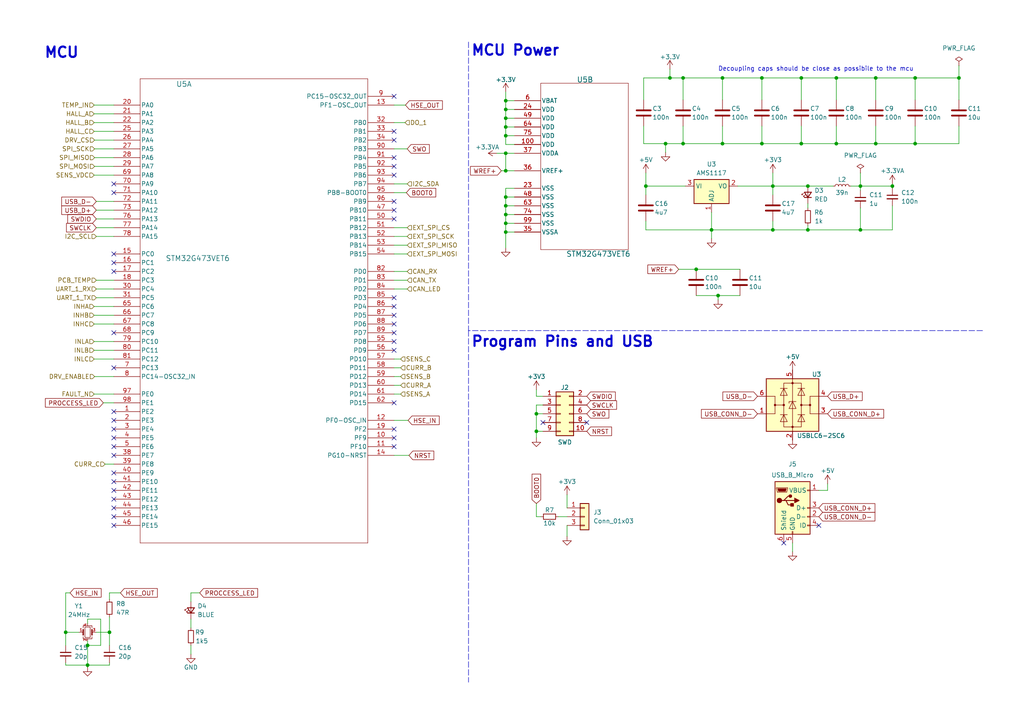
<source format=kicad_sch>
(kicad_sch (version 20230121) (generator eeschema)
  (paper "A4")
  (junction (at 146.685 44.45))
  (junction (at 146.685 36.83))
  (junction (at 232.41 22.606))
  (junction (at 198.12 41.656))
  (junction (at 242.57 22.606))
  (junction (at 198.12 22.606))
  (junction (at 209.55 22.606))
  (junction (at 265.43 41.656))
  (junction (at 19.05 183.388))
  (junction (at 146.685 49.53))
  (junction (at 146.685 62.23))
  (junction (at 201.93 78.105))
  (junction (at 155.575 120.015))
  (junction (at 146.685 39.37))
  (junction (at 31.75 183.388))
  (junction (at 220.98 22.606))
  (junction (at 146.685 64.77))
  (junction (at 234.315 53.975))
  (junction (at 146.685 34.29))
  (junction (at 265.43 22.606))
  (junction (at 146.685 57.15))
  (junction (at 25.4 192.913))
  (junction (at 187.325 53.975))
  (junction (at 254 41.656))
  (junction (at 224.155 53.975))
  (junction (at 242.57 41.656))
  (junction (at 146.685 31.75))
  (junction (at 194.31 22.606))
  (junction (at 208.28 85.725))
  (junction (at 278.13 22.606))
  (junction (at 220.98 41.656))
  (junction (at 206.375 66.675))
  (junction (at 155.575 125.095))
  (junction (at 209.55 41.656))
  (junction (at 254 22.606))
  (junction (at 224.155 66.675))
  (junction (at 146.685 59.69))
  (junction (at 146.685 67.31))
  (junction (at 258.826 53.975))
  (junction (at 249.555 53.975))
  (junction (at 193.04 41.656))
  (junction (at 146.685 29.21))
  (junction (at 232.41 41.656))
  (junction (at 25.4 187.198))
  (junction (at 249.555 66.675))
  (junction (at 234.315 66.675))
  (no_connect (at 33.02 55.88))
  (no_connect (at 33.02 137.16))
  (no_connect (at 114.3 48.26))
  (no_connect (at 33.02 132.08))
  (no_connect (at 114.3 124.46))
  (no_connect (at 237.49 152.4))
  (no_connect (at 114.3 99.06))
  (no_connect (at 33.02 119.38))
  (no_connect (at 114.3 116.84))
  (no_connect (at 114.3 27.94))
  (no_connect (at 114.3 101.6))
  (no_connect (at 114.3 40.64))
  (no_connect (at 33.02 147.32))
  (no_connect (at 33.02 129.54))
  (no_connect (at 114.3 58.42))
  (no_connect (at 33.02 96.52))
  (no_connect (at 114.3 45.72))
  (no_connect (at 114.3 50.8))
  (no_connect (at 33.02 76.2))
  (no_connect (at 114.3 93.98))
  (no_connect (at 227.33 157.48))
  (no_connect (at 114.3 127))
  (no_connect (at 114.3 96.52))
  (no_connect (at 114.3 63.5))
  (no_connect (at 170.18 122.555))
  (no_connect (at 114.3 60.96))
  (no_connect (at 33.02 121.92))
  (no_connect (at 33.02 149.86))
  (no_connect (at 114.3 129.54))
  (no_connect (at 33.02 144.78))
  (no_connect (at 33.02 139.7))
  (no_connect (at 33.02 127))
  (no_connect (at 33.02 106.68))
  (no_connect (at 33.02 152.4))
  (no_connect (at 33.02 73.66))
  (no_connect (at 33.02 53.34))
  (no_connect (at 114.3 91.44))
  (no_connect (at 114.3 86.36))
  (no_connect (at 33.02 142.24))
  (no_connect (at 33.02 124.46))
  (no_connect (at 33.02 78.74))
  (no_connect (at 114.3 88.9))
  (no_connect (at 157.48 122.555))
  (no_connect (at 114.3 38.1))
  (wire (pts (xy 57.912 171.958) (xy 55.372 171.958)))
  (wire (pts (xy 161.925 149.86) (xy 164.465 149.86)))
  (wire (pts (xy 213.995 53.975) (xy 224.155 53.975)))
  (wire (pts (xy 149.225 36.83) (xy 146.685 36.83)))
  (wire (pts (xy 224.155 53.975) (xy 234.315 53.975)))
  (wire (pts (xy 114.3 132.08) (xy 118.618 132.08)))
  (wire (pts (xy 149.225 64.77) (xy 146.685 64.77)))
  (wire (pts (xy 34.925 171.958) (xy 31.75 171.958)))
  (wire (pts (xy 194.31 20.066) (xy 194.31 22.606)))
  (wire (pts (xy 149.225 49.53) (xy 146.685 49.53)))
  (wire (pts (xy 220.98 36.576) (xy 220.98 41.656)))
  (wire (pts (xy 249.555 66.675) (xy 258.826 66.675)))
  (wire (pts (xy 240.03 140.335) (xy 240.03 142.24)))
  (wire (pts (xy 27.305 35.56) (xy 33.02 35.56)))
  (wire (pts (xy 187.325 64.135) (xy 187.325 66.675)))
  (wire (pts (xy 242.57 22.606) (xy 232.41 22.606)))
  (wire (pts (xy 146.685 59.69) (xy 146.685 57.15)))
  (wire (pts (xy 25.4 192.913) (xy 19.05 192.913)))
  (wire (pts (xy 206.375 66.675) (xy 206.375 69.215)))
  (wire (pts (xy 164.465 143.51) (xy 164.465 147.32)))
  (wire (pts (xy 114.3 71.12) (xy 118.11 71.12)))
  (wire (pts (xy 278.13 19.05) (xy 278.13 22.606)))
  (wire (pts (xy 155.575 146.05) (xy 155.575 149.86)))
  (wire (pts (xy 146.685 31.75) (xy 146.685 29.21)))
  (wire (pts (xy 186.69 22.606) (xy 186.69 28.956)))
  (wire (pts (xy 27.432 48.26) (xy 33.02 48.26)))
  (wire (pts (xy 146.685 64.77) (xy 146.685 67.31)))
  (wire (pts (xy 209.55 36.576) (xy 209.55 41.656)))
  (wire (pts (xy 27.432 109.22) (xy 33.02 109.22)))
  (wire (pts (xy 31.75 178.943) (xy 31.75 183.388)))
  (wire (pts (xy 27.305 104.14) (xy 33.02 104.14)))
  (wire (pts (xy 224.155 50.165) (xy 224.155 53.975)))
  (wire (pts (xy 27.305 101.6) (xy 33.02 101.6)))
  (wire (pts (xy 27.305 88.9) (xy 33.02 88.9)))
  (wire (pts (xy 201.93 85.725) (xy 208.28 85.725)))
  (wire (pts (xy 208.28 85.725) (xy 208.28 86.995)))
  (wire (pts (xy 258.826 66.675) (xy 258.826 59.69)))
  (wire (pts (xy 187.325 66.675) (xy 206.375 66.675)))
  (wire (pts (xy 19.05 171.958) (xy 19.05 183.388)))
  (wire (pts (xy 187.325 50.165) (xy 187.325 53.975)))
  (wire (pts (xy 234.315 66.675) (xy 249.555 66.675)))
  (wire (pts (xy 155.575 114.935) (xy 157.48 114.935)))
  (wire (pts (xy 186.69 36.576) (xy 186.69 41.656)))
  (wire (pts (xy 29.972 116.84) (xy 33.02 116.84)))
  (wire (pts (xy 25.4 179.578) (xy 29.21 179.578)))
  (wire (pts (xy 146.685 26.67) (xy 146.685 29.21)))
  (wire (pts (xy 149.225 59.69) (xy 146.685 59.69)))
  (wire (pts (xy 249.555 53.975) (xy 246.761 53.975)))
  (wire (pts (xy 114.3 55.88) (xy 117.856 55.88)))
  (wire (pts (xy 27.94 60.96) (xy 33.02 60.96)))
  (wire (pts (xy 114.3 35.56) (xy 117.475 35.56)))
  (wire (pts (xy 234.315 66.675) (xy 234.315 65.405)))
  (wire (pts (xy 265.43 41.656) (xy 254 41.656)))
  (wire (pts (xy 114.3 114.3) (xy 116.205 114.3)))
  (polyline (pts (xy 135.89 12.192) (xy 135.89 95.885)) (stroke (width 0) (type dash)))
  (polyline (pts (xy 284.988 95.885) (xy 135.89 95.885)) (stroke (width 0) (type dash)))
  (wire (pts (xy 29.21 179.578) (xy 29.21 187.198)))
  (polyline (pts (xy 135.89 95.885) (xy 135.89 197.866)) (stroke (width 0) (type dash)))
  (wire (pts (xy 164.465 152.4) (xy 164.465 155.575)))
  (wire (pts (xy 237.49 142.24) (xy 240.03 142.24)))
  (wire (pts (xy 55.372 182.118) (xy 55.372 179.578)))
  (wire (pts (xy 198.12 22.606) (xy 194.31 22.606)))
  (wire (pts (xy 19.05 183.388) (xy 22.86 183.388)))
  (wire (pts (xy 214.63 85.725) (xy 208.28 85.725)))
  (wire (pts (xy 224.155 53.975) (xy 224.155 56.515)))
  (wire (pts (xy 27.432 45.72) (xy 33.02 45.72)))
  (wire (pts (xy 27.94 83.82) (xy 33.02 83.82)))
  (wire (pts (xy 155.575 120.015) (xy 155.575 125.095)))
  (wire (pts (xy 114.3 106.68) (xy 116.205 106.68)))
  (wire (pts (xy 25.4 192.913) (xy 31.75 192.913)))
  (wire (pts (xy 27.305 33.02) (xy 33.02 33.02)))
  (wire (pts (xy 249.555 53.975) (xy 258.826 53.975)))
  (wire (pts (xy 193.04 41.656) (xy 193.04 44.196)))
  (wire (pts (xy 146.685 57.15) (xy 149.225 57.15)))
  (wire (pts (xy 149.225 62.23) (xy 146.685 62.23)))
  (wire (pts (xy 254 36.576) (xy 254 41.656)))
  (wire (pts (xy 27.94 66.04) (xy 33.02 66.04)))
  (wire (pts (xy 29.21 187.198) (xy 25.4 187.198)))
  (wire (pts (xy 201.93 78.105) (xy 214.63 78.105)))
  (wire (pts (xy 186.69 41.656) (xy 193.04 41.656)))
  (wire (pts (xy 149.225 39.37) (xy 146.685 39.37)))
  (wire (pts (xy 27.305 91.44) (xy 33.02 91.44)))
  (wire (pts (xy 114.3 83.82) (xy 118.11 83.82)))
  (wire (pts (xy 224.155 64.135) (xy 224.155 66.675)))
  (wire (pts (xy 224.155 66.675) (xy 234.315 66.675)))
  (wire (pts (xy 220.98 41.656) (xy 209.55 41.656)))
  (wire (pts (xy 146.685 36.83) (xy 146.685 34.29)))
  (wire (pts (xy 209.55 22.606) (xy 209.55 28.956)))
  (wire (pts (xy 209.55 41.656) (xy 198.12 41.656)))
  (wire (pts (xy 25.4 187.198) (xy 25.4 192.913)))
  (wire (pts (xy 27.305 93.98) (xy 33.02 93.98)))
  (wire (pts (xy 232.41 36.576) (xy 232.41 41.656)))
  (wire (pts (xy 27.305 114.3) (xy 33.02 114.3)))
  (wire (pts (xy 27.94 68.58) (xy 33.02 68.58)))
  (wire (pts (xy 155.575 125.095) (xy 155.575 127)))
  (wire (pts (xy 234.315 53.975) (xy 241.681 53.975)))
  (wire (pts (xy 25.4 180.848) (xy 25.4 179.578)))
  (wire (pts (xy 278.13 36.576) (xy 278.13 41.656)))
  (wire (pts (xy 149.225 54.61) (xy 146.685 54.61)))
  (wire (pts (xy 206.375 61.595) (xy 206.375 66.675)))
  (wire (pts (xy 114.3 66.04) (xy 118.11 66.04)))
  (wire (pts (xy 206.375 66.675) (xy 224.155 66.675)))
  (wire (pts (xy 209.55 22.606) (xy 198.12 22.606)))
  (wire (pts (xy 27.305 30.48) (xy 33.02 30.48)))
  (wire (pts (xy 193.04 41.656) (xy 198.12 41.656)))
  (wire (pts (xy 27.94 86.36) (xy 33.02 86.36)))
  (wire (pts (xy 242.57 22.606) (xy 242.57 28.956)))
  (wire (pts (xy 146.685 64.77) (xy 146.685 62.23)))
  (wire (pts (xy 146.685 49.53) (xy 146.685 44.45)))
  (wire (pts (xy 146.685 39.37) (xy 146.685 36.83)))
  (wire (pts (xy 265.43 28.956) (xy 265.43 22.606)))
  (wire (pts (xy 114.3 30.48) (xy 117.602 30.48)))
  (wire (pts (xy 19.05 187.198) (xy 19.05 183.388)))
  (wire (pts (xy 157.48 117.475) (xy 155.575 117.475)))
  (wire (pts (xy 278.13 22.606) (xy 278.13 28.956)))
  (wire (pts (xy 27.432 43.18) (xy 33.02 43.18)))
  (wire (pts (xy 27.94 81.28) (xy 33.02 81.28)))
  (wire (pts (xy 114.3 78.74) (xy 118.11 78.74)))
  (wire (pts (xy 254 22.606) (xy 242.57 22.606)))
  (wire (pts (xy 114.3 109.22) (xy 116.205 109.22)))
  (wire (pts (xy 31.75 187.198) (xy 31.75 183.388)))
  (wire (pts (xy 265.43 36.576) (xy 265.43 41.656)))
  (wire (pts (xy 254 22.606) (xy 254 28.956)))
  (wire (pts (xy 145.415 49.53) (xy 146.685 49.53)))
  (wire (pts (xy 146.685 41.91) (xy 146.685 39.37)))
  (wire (pts (xy 149.225 67.31) (xy 146.685 67.31)))
  (wire (pts (xy 249.555 60.325) (xy 249.555 66.675)))
  (wire (pts (xy 232.41 41.656) (xy 220.98 41.656)))
  (wire (pts (xy 196.85 78.105) (xy 201.93 78.105)))
  (wire (pts (xy 27.94 58.42) (xy 33.02 58.42)))
  (wire (pts (xy 249.555 55.245) (xy 249.555 53.975)))
  (wire (pts (xy 258.826 53.34) (xy 258.826 53.975)))
  (wire (pts (xy 249.555 50.165) (xy 249.555 53.975)))
  (wire (pts (xy 146.685 67.31) (xy 146.685 71.882)))
  (wire (pts (xy 254 41.656) (xy 242.57 41.656)))
  (wire (pts (xy 27.94 183.388) (xy 31.75 183.388)))
  (wire (pts (xy 149.225 41.91) (xy 146.685 41.91)))
  (wire (pts (xy 146.685 62.23) (xy 146.685 59.69)))
  (wire (pts (xy 186.69 22.606) (xy 194.31 22.606)))
  (wire (pts (xy 232.41 22.606) (xy 232.41 28.956)))
  (wire (pts (xy 30.48 134.62) (xy 33.02 134.62)))
  (wire (pts (xy 55.372 189.738) (xy 55.372 187.198)))
  (wire (pts (xy 149.225 31.75) (xy 146.685 31.75)))
  (wire (pts (xy 114.3 68.58) (xy 118.11 68.58)))
  (wire (pts (xy 55.372 171.958) (xy 55.372 174.498)))
  (wire (pts (xy 187.325 56.515) (xy 187.325 53.975)))
  (wire (pts (xy 27.94 63.5) (xy 33.02 63.5)))
  (wire (pts (xy 27.432 40.64) (xy 33.02 40.64)))
  (wire (pts (xy 114.3 111.76) (xy 116.205 111.76)))
  (wire (pts (xy 114.3 73.66) (xy 118.11 73.66)))
  (wire (pts (xy 155.575 149.86) (xy 156.845 149.86)))
  (wire (pts (xy 155.575 113.03) (xy 155.575 114.935)))
  (wire (pts (xy 157.48 120.015) (xy 155.575 120.015)))
  (wire (pts (xy 278.13 41.656) (xy 265.43 41.656)))
  (wire (pts (xy 198.12 22.606) (xy 198.12 28.956)))
  (wire (pts (xy 220.98 22.606) (xy 209.55 22.606)))
  (wire (pts (xy 25.4 193.548) (xy 25.4 192.913)))
  (wire (pts (xy 114.3 81.28) (xy 118.11 81.28)))
  (wire (pts (xy 114.3 104.14) (xy 116.205 104.14)))
  (wire (pts (xy 27.305 38.1) (xy 33.02 38.1)))
  (wire (pts (xy 220.98 22.606) (xy 220.98 28.956)))
  (wire (pts (xy 234.315 60.325) (xy 234.315 59.055)))
  (wire (pts (xy 229.87 157.48) (xy 229.87 160.02)))
  (wire (pts (xy 27.305 50.8) (xy 33.02 50.8)))
  (wire (pts (xy 278.13 22.606) (xy 265.43 22.606)))
  (wire (pts (xy 20.32 171.958) (xy 19.05 171.958)))
  (wire (pts (xy 114.3 53.34) (xy 118.11 53.34)))
  (wire (pts (xy 114.3 43.18) (xy 118.11 43.18)))
  (wire (pts (xy 258.826 54.61) (xy 258.826 53.975)))
  (wire (pts (xy 242.57 36.576) (xy 242.57 41.656)))
  (wire (pts (xy 146.685 34.29) (xy 146.685 31.75)))
  (wire (pts (xy 144.145 44.45) (xy 146.685 44.45)))
  (wire (pts (xy 25.4 185.928) (xy 25.4 187.198)))
  (wire (pts (xy 149.225 29.21) (xy 146.685 29.21)))
  (wire (pts (xy 157.48 125.095) (xy 155.575 125.095)))
  (wire (pts (xy 149.225 34.29) (xy 146.685 34.29)))
  (wire (pts (xy 31.75 171.958) (xy 31.75 173.863)))
  (wire (pts (xy 242.57 41.656) (xy 232.41 41.656)))
  (wire (pts (xy 31.75 192.913) (xy 31.75 192.278)))
  (wire (pts (xy 27.305 99.06) (xy 33.02 99.06)))
  (wire (pts (xy 232.41 22.606) (xy 220.98 22.606)))
  (wire (pts (xy 114.3 121.92) (xy 118.364 121.92)))
  (wire (pts (xy 19.05 192.913) (xy 19.05 192.278)))
  (wire (pts (xy 146.685 44.45) (xy 149.225 44.45)))
  (wire (pts (xy 146.685 54.61) (xy 146.685 57.15)))
  (wire (pts (xy 187.325 53.975) (xy 198.755 53.975)))
  (wire (pts (xy 155.575 117.475) (xy 155.575 120.015)))
  (wire (pts (xy 198.12 36.576) (xy 198.12 41.656)))
  (wire (pts (xy 265.43 22.606) (xy 254 22.606)))
  (text "Decoupling caps should be close as possibile to the mcu" (at 208.28 20.828 0) (effects (font (size 1.27 1.27)) (justify left bottom)))
  (text "MCU Power" (at 136.525 16.51 0) (effects (font (size 3 3) (thickness 0.6) bold) (justify left bottom)))
  (text "Program Pins and USB" (at 136.525 100.965 0) (effects (font (size 3 3) (thickness 0.6) bold) (justify left bottom)))
  (text "MCU" (at 12.7 17.145 0) (effects (font (size 3 3) (thickness 0.6) bold) (justify left bottom)))
  (global_label "USB_CONN_D-" (shape input) (at 237.49 149.86 0) (property "Intersheetrefs" "${INTERSHEET_REFS}" (effects hide)))
  (global_label "HSE_OUT" (shape input) (at 117.602 30.48 0) (property "Intersheetrefs" "${INTERSHEET_REFS}" (effects hide)))
  (global_label "USB_D+" (shape input) (at 27.94 60.96 180) (property "Intersheetrefs" "${INTERSHEET_REFS}" (effects hide)))
  (global_label "NRST" (shape input) (at 118.618 132.08 0) (property "Intersheetrefs" "${INTERSHEET_REFS}" (effects hide)))
  (global_label "NRST" (shape input) (at 170.18 125.095 0) (property "Intersheetrefs" "${INTERSHEET_REFS}" (effects hide)))
  (global_label "BOOT0" (shape input) (at 155.575 146.05 90) (property "Intersheetrefs" "${INTERSHEET_REFS}" (effects hide)))
  (global_label "USB_CONN_D+" (shape input) (at 240.03 120.015 0) (property "Intersheetrefs" "${INTERSHEET_REFS}" (effects hide)))
  (global_label "HSE_IN" (shape input) (at 118.364 121.92 0) (property "Intersheetrefs" "${INTERSHEET_REFS}" (effects hide)))
  (global_label "BOOT0" (shape input) (at 117.856 55.88 0) (property "Intersheetrefs" "${INTERSHEET_REFS}" (effects hide)))
  (global_label "WREF+" (shape input) (at 145.415 49.53 180) (property "Intersheetrefs" "${INTERSHEET_REFS}" (effects hide)))
  (global_label "SWCLK" (shape input) (at 27.94 66.04 180) (property "Intersheetrefs" "${INTERSHEET_REFS}" (effects hide)))
  (global_label "PROCCESS_LED" (shape input) (at 29.972 116.84 180) (property "Intersheetrefs" "${INTERSHEET_REFS}" (effects hide)))
  (global_label "HSE_IN" (shape input) (at 20.32 171.958 0) (property "Intersheetrefs" "${INTERSHEET_REFS}" (effects hide)))
  (global_label "USB_CONN_D-" (shape input) (at 219.71 120.015 180) (property "Intersheetrefs" "${INTERSHEET_REFS}" (effects hide)))
  (global_label "USB_CONN_D+" (shape input) (at 237.49 147.32 0) (property "Intersheetrefs" "${INTERSHEET_REFS}" (effects hide)))
  (global_label "PROCCESS_LED" (shape input) (at 57.912 171.958 0) (property "Intersheetrefs" "${INTERSHEET_REFS}" (effects hide)))
  (global_label "SWDIO" (shape input) (at 170.18 114.935 0) (property "Intersheetrefs" "${INTERSHEET_REFS}" (effects hide)))
  (global_label "USB_D-" (shape input) (at 27.94 58.42 180) (property "Intersheetrefs" "${INTERSHEET_REFS}" (effects hide)))
  (global_label "USB_D+" (shape input) (at 240.03 114.935 0) (property "Intersheetrefs" "${INTERSHEET_REFS}" (effects hide)))
  (global_label "SWO" (shape input) (at 118.11 43.18 0) (property "Intersheetrefs" "${INTERSHEET_REFS}" (effects hide)))
  (global_label "WREF+" (shape input) (at 196.85 78.105 180) (property "Intersheetrefs" "${INTERSHEET_REFS}" (effects hide)))
  (global_label "USB_D-" (shape input) (at 219.71 114.935 180) (property "Intersheetrefs" "${INTERSHEET_REFS}" (effects hide)))
  (global_label "SWO" (shape input) (at 170.18 120.015 0) (property "Intersheetrefs" "${INTERSHEET_REFS}" (effects hide)))
  (global_label "SWDIO" (shape input) (at 27.94 63.5 180) (property "Intersheetrefs" "${INTERSHEET_REFS}" (effects hide)))
  (global_label "SWCLK" (shape input) (at 170.18 117.475 0) (property "Intersheetrefs" "${INTERSHEET_REFS}" (effects hide)))
  (global_label "HSE_OUT" (shape input) (at 34.925 171.958 0) (property "Intersheetrefs" "${INTERSHEET_REFS}" (effects hide)))
  (hierarchical_label "INLA" (shape input) (at 27.305 99.06 180))
  (hierarchical_label "HALL_B" (shape input) (at 27.305 35.56 180))
  (hierarchical_label "CURR_A" (shape input) (at 116.205 111.76 0))
  (hierarchical_label "DO_1" (shape input) (at 117.475 35.56 0))
  (hierarchical_label "CAN_RX" (shape input) (at 118.11 78.74 0))
  (hierarchical_label "CAN_TX" (shape input) (at 118.11 81.28 0))
  (hierarchical_label "TEMP_IN" (shape input) (at 27.305 30.48 180))
  (hierarchical_label "INLB" (shape input) (at 27.305 101.6 180))
  (hierarchical_label "INHA" (shape input) (at 27.305 88.9 180))
  (hierarchical_label "EXT_SPI_CS" (shape input) (at 118.11 66.04 0))
  (hierarchical_label "INLC" (shape input) (at 27.305 104.14 180))
  (hierarchical_label "EXT_SPI_SCK" (shape input) (at 118.11 68.58 0))
  (hierarchical_label "FAULT_N" (shape input) (at 27.305 114.3 180))
  (hierarchical_label "I2C_SCL" (shape input) (at 27.94 68.58 180))
  (hierarchical_label "SENS_B" (shape input) (at 116.205 109.22 0))
  (hierarchical_label "INHC" (shape input) (at 27.305 93.98 180))
  (hierarchical_label "UART_1_RX" (shape input) (at 27.94 83.82 180))
  (hierarchical_label "UART_1_TX" (shape input) (at 27.94 86.36 180))
  (hierarchical_label "SENS_VDC" (shape input) (at 27.305 50.8 180))
  (hierarchical_label "HALL_C" (shape input) (at 27.305 38.1 180))
  (hierarchical_label "SPI_SCK" (shape input) (at 27.432 43.18 180))
  (hierarchical_label "SPI_MOSI" (shape input) (at 27.432 48.26 180))
  (hierarchical_label "HALL_A" (shape input) (at 27.305 33.02 180))
  (hierarchical_label "INHB" (shape input) (at 27.305 91.44 180))
  (hierarchical_label "SENS_A" (shape input) (at 116.205 114.3 0))
  (hierarchical_label "CURR_C" (shape input) (at 30.48 134.62 180))
  (hierarchical_label "DRV_CS" (shape input) (at 27.432 40.64 180))
  (hierarchical_label "EXT_SPI_MOSI" (shape input) (at 118.11 73.66 0))
  (hierarchical_label "SPI_MISO" (shape input) (at 27.432 45.72 180))
  (hierarchical_label "CAN_LED" (shape input) (at 118.11 83.82 0))
  (hierarchical_label "DRV_ENABLE" (shape input) (at 27.432 109.22 180))
  (hierarchical_label "CURR_B" (shape input) (at 116.205 106.68 0))
  (hierarchical_label "I2C_SDA" (shape input) (at 118.11 53.34 0))
  (hierarchical_label "PCB_TEMP" (shape input) (at 27.94 81.28 180))
  (hierarchical_label "EXT_SPI_MISO" (shape input) (at 118.11 71.12 0))
  (hierarchical_label "SENS_C" (shape input) (at 116.205 104.14 0))
  (symbol (lib_id "Device:C") (at 186.69 32.766 0) (unit 1)
    (property "Reference" "C3" (at 189.23 31.496 0) (effects (justify left)))
    (property "Value" "100n" (at 189.23 34.036 0) (effects (justify left)))
    (property "Footprint" "Capacitor_SMD:C_0402_1005Metric" (effects hide))
    (instances (project "BLDC_V_0.1" (path "" (reference "C3") (unit 1)) (path "" (reference "C1") (unit 1))))
  )
  (symbol (lib_id "Device:C") (at 278.13 32.766 0) (unit 1)
    (property "Reference" "C11" (at 280.67 31.496 0) (effects (justify left)))
    (property "Value" "10u" (at 280.67 34.036 0) (effects (justify left)))
    (instances (project "BLDC_V_0.1" (path "" (reference "C11") (unit 1)) (path "" (reference "C12") (unit 1))))
  )
  (symbol (lib_id "power:PWR_FLAG") (at 249.555 50.165 0) (unit 1)
    (property "Reference" "#FLG02" (effects hide))
    (property "Value" "PWR_FLAG" (at 249.555 45.085 0))
  )
  (symbol (lib_id "power:+3.3V") (at 194.31 20.066 0) (unit 1)
    (property "Reference" "#PWR01" (effects hide))
    (property "Value" "+3.3V" (at 194.31 16.51 0))
    (instances (project "BLDC_V_0.1" (path "" (reference "#PWR01") (unit 1)) (path "" (reference "#PWR02") (unit 1))))
  )
  (symbol (lib_id "power:GND") (at 229.87 160.02 0) (unit 1)
    (property "Reference" "#PWR037" (effects hide))
    (property "Value" "GND" (effects hide))
    (instances (project "STM32F4_REV2" (path "" (reference "#PWR037") (unit 1))) (project "BLDC_V_0.1" (path "" (reference "#PWR015") (unit 1)) (path "" (reference "#PWR025") (unit 1))))
  )
  (symbol (lib_id "Device:R_Small") (at 234.315 62.865 180) (unit 1)
    (property "Reference" "R6" (at 237.49 61.595 0))
    (property "Value" "1k" (at 237.49 64.135 0))
    (property "Footprint" "Resistor_SMD:R_0402_1005Metric" (effects hide))
    (instances (project "STM32F4_REV2" (path "" (reference "R6") (unit 1))) (project "BLDC_V_0.1" (path "" (reference "R3") (unit 1)) (path "" (reference "R3") (unit 1))))
  )
  (symbol (lib_id "Device:R_Small") (at 159.385 149.86 270) (unit 1)
    (property "Reference" "R7" (at 159.385 147.955 90))
    (property "Value" "10k" (at 159.385 151.765 90))
    (property "Footprint" "Resistor_SMD:R_0402_1005Metric" (effects hide))
    (property "LCSC Part #" "C25744" (effects hide))
    (instances (project "STM32F4_REV2" (path "" (reference "R7") (unit 1))) (project "BLDC_V_0.1" (path "" (reference "R2") (unit 1)) (path "" (reference "R2") (unit 1))))
  )
  (symbol (lib_id "STM32G473:STM32G473VET6") (at 149.225 29.21 0) (unit 2)
    (property "Reference" "U5" (at 167.259 23.114 0) (effects (font (size 1.524 1.524)) (justify left)))
    (property "Value" "STM32G473VET6" (at 164.211 73.66 0) (effects (font (size 1.524 1.524)) (justify left)))
    (property "Footprint" "STM32G473VET6:LQFP100-14x14mm" (effects hide))
    (property "Datasheet" "STM32G473VET6" (effects hide))
  )
  (symbol (lib_id "Device:C_Small") (at 31.75 189.738 0) (unit 1)
    (property "Reference" "C16" (at 34.29 187.833 0) (effects (justify left)))
    (property "Value" "20p" (at 34.29 190.373 0) (effects (justify left)))
    (instances (project "STM32F4_REV2" (path "" (reference "C16") (unit 1))) (project "BLDC_V_0.1" (path "" (reference "C15") (unit 1)) (path "" (reference "C14") (unit 1))))
  )
  (symbol (lib_id "power:GND") (at 229.87 127.635 0) (unit 1)
    (property "Reference" "#PWR038" (effects hide))
    (property "Value" "GND" (effects hide))
    (instances (project "STM32F4_REV2" (path "" (reference "#PWR038") (unit 1))) (project "BLDC_V_0.1" (path "" (reference "#PWR018") (unit 1)) (path "" (reference "#PWR021") (unit 1))))
  )
  (symbol (lib_id "power:GND") (at 193.04 44.196 0) (unit 1)
    (property "Reference" "#PWR04" (effects hide))
    (property "Value" "GND" (effects hide))
    (instances (project "BLDC_V_0.1" (path "" (reference "#PWR04") (unit 1)) (path "" (reference "#PWR01") (unit 1))))
  )
  (symbol (lib_id "Device:C") (at 232.41 32.766 0) (unit 1)
    (property "Reference" "C7" (at 234.95 31.496 0) (effects (justify left)))
    (property "Value" "100n" (at 234.95 34.036 0) (effects (justify left)))
  )
  (symbol (lib_id "power:+3.3VA") (at 258.826 53.34 0) (unit 1)
    (property "Reference" "#PWR017" (effects hide))
    (property "Value" "+3.3VA" (at 258.826 49.53 0))
    (instances (project "STM32F4_REV2" (path "" (reference "#PWR017") (unit 1))) (project "BLDC_V_0.1" (path "" (reference "#PWR08") (unit 1)) (path "" (reference "#PWR015") (unit 1))))
  )
  (symbol (lib_id "power:GND") (at 55.372 189.738 0) (unit 1)
    (property "Reference" "#PWR041" (effects hide))
    (property "Value" "GND" (at 55.372 193.548 0))
    (instances (project "STM32F4_REV2" (path "" (reference "#PWR041") (unit 1))) (project "BLDC_V_0.1" (path "" (reference "#PWR023") (unit 1)) (path "" (reference "#PWR08") (unit 1))))
  )
  (symbol (lib_id "Power_Protection:USBLC6-2SC6") (at 229.87 117.475 0) (unit 1)
    (property "Reference" "U3" (at 236.855 108.585 0))
    (property "Value" "USBLC6-2SC6" (at 238.125 126.365 0))
    (property "Footprint" "Package_TO_SOT_SMD:SOT-23-6" (effects hide))
    (instances (project "STM32F4_REV2" (path "" (reference "U3") (unit 1))) (project "BLDC_V_0.1" (path "" (reference "U2") (unit 1)) (path "" (reference "U2") (unit 1))))
  )
  (symbol (lib_id "Device:LED_Small") (at 234.315 56.515 90) (unit 1)
    (property "Reference" "D3" (at 236.22 55.245 90) (effects (justify right)))
    (property "Value" "RED" (at 236.22 57.785 90) (effects (justify right)))
    (property "Footprint" "LED_SMD:LED_0805_2012Metric" (effects hide))
    (instances (project "STM32F4_REV2" (path "" (reference "D3") (unit 1))) (project "BLDC_V_0.1" (path "" (reference "D1") (unit 1)) (path "" (reference "D2") (unit 1))))
  )
  (symbol (lib_id "Device:L_Small") (at 244.221 53.975 90) (unit 1)
    (property "Reference" "L2" (at 244.221 52.07 90))
    (property "Value" "39n" (at 244.221 55.88 90))
    (property "Footprint" "15EDGVC:CONN_15EDGVC-3.5-03P-1X_DEG" (effects hide))
    (instances (project "STM32F4_REV2" (path "" (reference "L2") (unit 1))) (project "BLDC_V_0.1" (path "" (reference "L1") (unit 1)) (path "" (reference "L1") (unit 1))))
  )
  (symbol (lib_id "Device:R_Small") (at 55.372 184.658 180) (unit 1)
    (property "Reference" "R9" (at 57.912 183.388 0))
    (property "Value" "1k5" (at 58.547 185.928 0))
    (property "Footprint" "Resistor_SMD:R_0402_1005Metric" (effects hide))
    (instances (project "STM32F4_REV2" (path "" (reference "R9") (unit 1))) (project "BLDC_V_0.1" (path "" (reference "R4") (unit 1)) (path "" (reference "R1") (unit 1))))
  )
  (symbol (lib_id "STM32F4_REV2-rescue:+3.3V-power") (at 164.465 143.51 0) (unit 1)
    (property "Reference" "#PWR027" (effects hide))
    (property "Value" "+3.3V" (at 164.465 139.7 0))
    (instances (project "STM32F4_REV2" (path "" (reference "#PWR027") (unit 1))) (project "BLDC_V_0.1" (path "" (reference "#PWR011") (unit 1)) (path "" (reference "#PWR013") (unit 1))))
  )
  (symbol (lib_id "STM32F4_REV2-rescue:+3.3V-power") (at 155.575 113.03 0) (unit 1)
    (property "Reference" "#PWR019" (effects hide))
    (property "Value" "+3.3V" (at 155.575 109.22 0))
    (instances (project "STM32F4_REV2" (path "" (reference "#PWR019") (unit 1))) (project "BLDC_V_0.1" (path "" (reference "#PWR013") (unit 1)) (path "" (reference "#PWR018") (unit 1))))
  )
  (symbol (lib_id "Device:C") (at 209.55 32.766 0) (unit 1)
    (property "Reference" "C5" (at 212.09 31.496 0) (effects (justify left)))
    (property "Value" "100n" (at 212.09 34.036 0) (effects (justify left)))
  )
  (symbol (lib_id "Device:Crystal_GND24_Small") (at 25.4 183.388 0) (unit 1)
    (property "Reference" "Y1" (at 21.59 175.768 0) (effects (justify left)))
    (property "Value" "24MHz" (at 19.685 178.308 0) (effects (justify left)))
    (property "Footprint" "Crystal:Crystal_SMD_3225-4Pin_3.2x2.5mm" (effects hide))
  )
  (symbol (lib_id "Device:C") (at 220.98 32.766 0) (unit 1)
    (property "Reference" "C6" (at 223.52 31.496 0) (effects (justify left)))
    (property "Value" "100n" (at 223.52 34.036 0) (effects (justify left)))
  )
  (symbol (lib_id "power:+3.3VA") (at 144.145 44.45 90) (unit 1)
    (property "Reference" "#PWR017" (effects hide))
    (property "Value" "+3.3VA" (at 141.351 42.672 90))
    (instances (project "STM32F4_REV2" (path "" (reference "#PWR017") (unit 1))) (project "BLDC_V_0.1" (path "" (reference "#PWR08") (unit 1)) (path "" (reference "#PWR07") (unit 1))))
  )
  (symbol (lib_id "power:+3.3V") (at 146.685 26.67 0) (unit 1)
    (property "Reference" "#PWR01" (effects hide))
    (property "Value" "+3.3V" (at 146.685 23.114 0))
    (instances (project "BLDC_V_0.1" (path "" (reference "#PWR01") (unit 1)) (path "" (reference "#PWR010") (unit 1))))
  )
  (symbol (lib_id "Device:C") (at 265.43 32.766 0) (unit 1)
    (property "Reference" "C10" (at 267.97 31.496 0) (effects (justify left)))
    (property "Value" "100n" (at 267.97 34.036 0) (effects (justify left)))
  )
  (symbol (lib_id "power:GND") (at 146.685 71.882 0) (unit 1)
    (property "Reference" "#PWR02" (effects hide))
    (property "Value" "GND" (effects hide))
    (instances (project "BLDC_V_0.1" (path "" (reference "#PWR02") (unit 1)) (path "" (reference "#PWR05") (unit 1))))
  )
  (symbol (lib_id "power:GND") (at 155.575 127 0) (unit 1)
    (property "Reference" "#PWR023" (effects hide))
    (property "Value" "GND" (effects hide))
    (instances (project "STM32F4_REV2" (path "" (reference "#PWR023") (unit 1))) (project "BLDC_V_0.1" (path "" (reference "#PWR014") (unit 1)) (path "" (reference "#PWR019") (unit 1))))
  )
  (symbol (lib_id "power:GND") (at 164.465 155.575 0) (unit 1)
    (property "Reference" "#PWR030" (effects hide))
    (property "Value" "GND" (effects hide))
    (instances (project "STM32F4_REV2" (path "" (reference "#PWR030") (unit 1))) (project "BLDC_V_0.1" (path "" (reference "#PWR012") (unit 1)) (path "" (reference "#PWR014") (unit 1))))
  )
  (symbol (lib_id "Device:C_Small") (at 19.05 189.738 0) (unit 1)
    (property "Reference" "C15" (at 21.59 187.833 0) (effects (justify left)))
    (property "Value" "20p" (at 21.59 190.373 0) (effects (justify left)))
    (instances (project "STM32F4_REV2" (path "" (reference "C15") (unit 1))) (project "BLDC_V_0.1" (path "" (reference "C14") (unit 1)) (path "" (reference "C11") (unit 1))))
  )
  (symbol (lib_id "STM32F4_REV2-rescue:+3.3V-power") (at 224.155 50.165 0) (unit 1)
    (property "Reference" "#PWR019" (effects hide))
    (property "Value" "+3.3V" (at 224.155 46.355 0))
    (instances (project "STM32F4_REV2" (path "" (reference "#PWR019") (unit 1))) (project "BLDC_V_0.1" (path "" (reference "#PWR025") (unit 1)) (path "" (reference "#PWR024") (unit 1))))
  )
  (symbol (lib_id "power:+5V") (at 229.87 107.315 0) (unit 1)
    (property "Reference" "#PWR034" (effects hide))
    (property "Value" "+5V" (at 229.87 103.505 0))
    (instances (project "STM32F4_REV2" (path "" (reference "#PWR034") (unit 1))) (project "BLDC_V_0.1" (path "" (reference "#PWR017") (unit 1)) (path "" (reference "#PWR020") (unit 1))))
  )
  (symbol (lib_id "power:GND") (at 206.375 69.215 0) (unit 1)
    (property "Reference" "#PWR024" (effects hide))
    (property "Value" "GND" (effects hide))
    (instances (project "BLDC_V_0.1" (path "" (reference "#PWR024") (unit 1)) (path "" (reference "#PWR023") (unit 1))))
  )
  (symbol (lib_id "Device:C") (at 187.325 60.325 0) (unit 1)
    (property "Reference" "C16" (at 189.865 59.055 0) (effects (justify left)))
    (property "Value" "4u7" (at 189.865 61.595 0) (effects (justify left)))
  )
  (symbol (lib_id "power:+5V") (at 187.325 50.165 0) (unit 1)
    (property "Reference" "#PWR034" (effects hide))
    (property "Value" "+5V" (at 187.325 46.355 0))
    (instances (project "STM32F4_REV2" (path "" (reference "#PWR034") (unit 1))) (project "BLDC_V_0.1" (path "" (reference "#PWR026") (unit 1)) (path "" (reference "#PWR022") (unit 1))))
  )
  (symbol (lib_id "Device:R_Small") (at 31.75 176.403 0) (unit 1)
    (property "Reference" "R8" (at 33.655 175.133 0) (effects (justify left)))
    (property "Value" "47R" (at 33.655 177.673 0) (effects (justify left)))
    (instances (project "STM32F4_REV2" (path "" (reference "R8") (unit 1))) (project "BLDC_V_0.1" (path "" (reference "R1") (unit 1)) (path "" (reference "R4") (unit 1))))
  )
  (symbol (lib_id "Device:C") (at 224.155 60.325 0) (unit 1)
    (property "Reference" "C17" (at 226.695 59.055 0) (effects (justify left)))
    (property "Value" "4u7" (at 226.695 61.595 0) (effects (justify left)))
  )
  (symbol (lib_id "Device:C_Small") (at 258.826 57.15 0) (unit 1)
    (property "Reference" "C12" (at 261.366 55.88 0) (effects (justify left)))
    (property "Value" "100n" (at 261.366 58.42 0) (effects (justify left)))
    (instances (project "STM32F4_REV2" (path "" (reference "C12") (unit 1))) (project "BLDC_V_0.1" (path "" (reference "C13") (unit 1)) (path "" (reference "C15") (unit 1))))
  )
  (symbol (lib_id "Device:C") (at 254 32.766 0) (unit 1)
    (property "Reference" "C9" (at 256.54 31.496 0) (effects (justify left)))
    (property "Value" "100n" (at 256.54 34.036 0) (effects (justify left)))
  )
  (symbol (lib_id "power:GND") (at 208.28 86.995 0) (unit 1)
    (property "Reference" "#PWR024" (effects hide))
    (property "Value" "GND" (effects hide))
    (instances (project "BLDC_V_0.1" (path "" (reference "#PWR024") (unit 1)) (path "" (reference "#PWR048") (unit 1))))
  )
  (symbol (lib_id "Device:C") (at 201.93 81.915 0) (unit 1)
    (property "Reference" "C10" (at 204.47 80.645 0) (effects (justify left)))
    (property "Value" "100n" (at 204.47 83.185 0) (effects (justify left)))
    (instances (project "BLDC_V_0.1" (path "" (reference "C10") (unit 1)) (path "" (reference "C31") (unit 1))))
  )
  (symbol (lib_id "Device:C") (at 214.63 81.915 0) (unit 1)
    (property "Reference" "C11" (at 217.17 80.645 0) (effects (justify left)))
    (property "Value" "10u" (at 217.17 83.185 0) (effects (justify left)))
    (instances (project "BLDC_V_0.1" (path "" (reference "C11") (unit 1)) (path "" (reference "C32") (unit 1))))
  )
  (symbol (lib_id "Connector_Generic:Conn_02x05_Odd_Even") (at 162.56 120.015 0) (unit 1)
    (property "Reference" "J2" (at 163.83 112.395 0))
    (property "Value" "SWD" (at 163.83 128.27 0))
    (property "Footprint" "Connector_PinHeader_1.27mm:PinHeader_2x05_P1.27mm_Vertical_SMD" (effects hide))
    (instances (project "STM32F4_REV2" (path "" (reference "J2") (unit 1))) (project "BLDC_V_0.1" (path "" (reference "J1") (unit 1)) (path "" (reference "J3") (unit 1))))
  )
  (symbol (lib_name "STM32G473VET6_1") (lib_id "STM32G473:STM32G473VET6") (at 33.02 30.48 0) (unit 1)
    (property "Reference" "U5" (at 51.054 24.384 0) (effects (font (size 1.524 1.524)) (justify left)))
    (property "Value" "STM32G473VET6" (at 48.006 74.93 0) (effects (font (size 1.524 1.524)) (justify left)))
    (property "Footprint" "STM32G473VET6:LQFP100-14x14mm" (effects hide))
    (property "Datasheet" "STM32G473VET6" (effects hide))
  )
  (symbol (lib_id "Connector_Generic:Conn_01x03") (at 169.545 149.86 0) (unit 1)
    (property "Reference" "J3" (at 172.085 148.59 0) (effects (justify left)))
    (property "Value" "Conn_01x03" (at 172.085 151.13 0) (effects (justify left)))
    (property "Footprint" "Connector:FanPinHeader_1x03_P2.54mm_Vertical" (effects hide))
    (instances (project "BLDC_V_0.1" (path "" (reference "J3") (unit 1)) (path "" (reference "J1") (unit 1))))
  )
  (symbol (lib_id "Device:LED_Small") (at 55.372 177.038 90) (unit 1)
    (property "Reference" "D4" (at 57.277 175.768 90) (effects (justify right)))
    (property "Value" "BLUE" (at 57.277 178.308 90) (effects (justify right)))
    (property "Footprint" "LED_SMD:LED_0805_2012Metric" (effects hide))
    (instances (project "STM32F4_REV2" (path "" (reference "D4") (unit 1))) (project "BLDC_V_0.1" (path "" (reference "D2") (unit 1)) (path "" (reference "D1") (unit 1))))
  )
  (symbol (lib_id "Device:C") (at 198.12 32.766 0) (unit 1)
    (property "Reference" "C4" (at 200.66 31.496 0) (effects (justify left)))
    (property "Value" "100n" (at 200.66 34.036 0) (effects (justify left)))
    (instances (project "BLDC_V_0.1" (path "" (reference "C4") (unit 1)) (path "" (reference "C3") (unit 1))))
  )
  (symbol (lib_id "Device:C_Small") (at 249.555 57.785 0) (unit 1)
    (property "Reference" "C11" (at 252.095 56.515 0) (effects (justify left)))
    (property "Value" "1u" (at 252.095 59.055 0) (effects (justify left)))
    (instances (project "STM32F4_REV2" (path "" (reference "C11") (unit 1))) (project "BLDC_V_0.1" (path "" (reference "C12") (unit 1)) (path "" (reference "C13") (unit 1))))
  )
  (symbol (lib_id "Device:C") (at 242.57 32.766 0) (unit 1)
    (property "Reference" "C8" (at 245.11 31.496 0) (effects (justify left)))
    (property "Value" "100n" (at 245.11 34.036 0) (effects (justify left)))
  )
  (symbol (lib_id "power:+5V") (at 240.03 140.335 0) (unit 1)
    (property "Reference" "#PWR035" (effects hide))
    (property "Value" "+5V" (at 240.03 136.525 0))
    (instances (project "STM32F4_REV2" (path "" (reference "#PWR035") (unit 1))) (project "BLDC_V_0.1" (path "" (reference "#PWR016") (unit 1)) (path "" (reference "#PWR026") (unit 1))))
  )
  (symbol (lib_id "power:PWR_FLAG") (at 278.13 19.05 0) (unit 1)
    (property "Reference" "#FLG01" (effects hide))
    (property "Value" "PWR_FLAG" (at 278.13 13.97 0))
  )
  (symbol (lib_id "power:GND") (at 25.4 193.548 0) (unit 1)
    (property "Reference" "#PWR036" (effects hide))
    (property "Value" "GND" (effects hide))
    (instances (project "STM32F4_REV2" (path "" (reference "#PWR036") (unit 1))) (project "BLDC_V_0.1" (path "" (reference "#PWR010") (unit 1)) (path "" (reference "#PWR09") (unit 1))))
  )
  (symbol (lib_id "STM32F4_REV2-rescue:USB_B_Micro-Connector") (at 229.87 147.32 0) (unit 1)
    (property "Reference" "J5" (at 229.87 134.62 0))
    (property "Value" "USB_B_Micro" (at 229.87 137.795 0))
    (property "Footprint" "Connector_USB:USB_Micro-AB_Molex_47590-0001" (effects hide))
    (property "Link" "https://jlcpcb.com/partdetail/Molex-475900001/C136001" (effects hide))
    (instances (project "STM32F4_REV2" (path "" (reference "J5") (unit 1))) (project "BLDC_V_0.1" (path "" (reference "J2") (unit 1)) (path "" (reference "J4") (unit 1))))
  )
  (symbol (lib_id "Regulator_Linear:AMS1117") (at 206.375 53.975 0) (unit 1)
    (property "Reference" "U3" (at 206.375 47.625 0))
    (property "Value" "AMS1117" (at 206.375 50.165 0))
    (property "Footprint" "Package_TO_SOT_SMD:SOT-223-3_TabPin2" (effects hide))
    (property "Datasheet" "http://www.advanced-monolithic.com/pdf/ds1117.pdf" (effects hide))
  )
)
</source>
